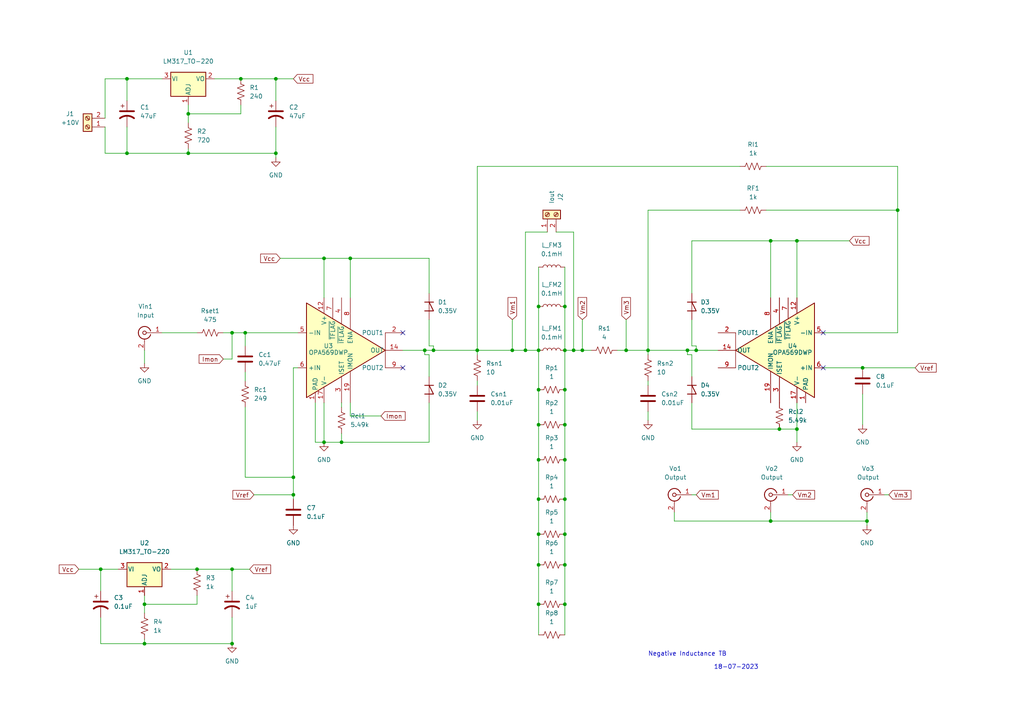
<source format=kicad_sch>
(kicad_sch (version 20211123) (generator eeschema)
  (paper "A4")
  (lib_symbols
    (symbol "Amplifier_Operational:OPA569DWP"
      (property "Reference" "U" (at 6.35 11.43 0))
      (property "Value" "OPA569DWP" (at 10.16 8.89 0))
      (symbol "OPA569DWP_0_0"
        (pin no_connect line (at -12.7 0 0) (length 2.54) hide (name "NC") (number "16"))
        (pin passive line (at -10.16 -15.24 90) (length 3.048) hide (name "PAD") (number "21"))
      )
      (symbol "OPA569DWP_0_1"
        (polyline (pts (xy 10.16 5.08) (xy 10.16 -5.08)) (stroke (width 0.1524)))
        (polyline (pts (xy 10.16 0) (xy -12.7 -13.716) (xy -12.7 13.716) (xy 10.16 0)) (stroke (width 0.254)) (fill (type background)))
      )
      (symbol "OPA569DWP_1_1"
        (pin power_in line (at -10.16 -15.24 90) (length 3.048) (name "PAD") (number "1"))
        (pin passive line (at -10.16 -15.24 90) (length 3.048) hide (name "PAD") (number "10"))
        (pin passive line (at -10.16 -15.24 90) (length 3.048) hide (name "PAD") (number "11"))
        (pin power_in line (at -7.62 15.24 270) (length 4.572) (name "V+") (number "12"))
        (pin passive line (at -7.62 15.24 270) (length 4.572) hide (name "V+") (number "13"))
        (pin output line (at 15.24 0 180) (length 5.08) (name "OUT") (number "14"))
        (pin passive line (at 15.24 0 180) (length 5.08) hide (name "OUT") (number "15"))
        (pin power_in line (at -7.62 -15.24 90) (length 4.572) (name "V-") (number "17"))
        (pin passive line (at -7.62 -15.24 90) (length 4.572) hide (name "V-") (number "18"))
        (pin output line (at 0 -15.24 90) (length 9.144) (name "IMON") (number "19"))
        (pin output line (at 15.24 5.08 180) (length 5.08) (name "POUT1") (number "2"))
        (pin passive line (at -10.16 -15.24 90) (length 3.048) hide (name "PAD") (number "20"))
        (pin output line (at -2.54 -15.24 90) (length 7.62) (name "ISET") (number "3"))
        (pin output line (at -2.54 15.24 270) (length 7.62) (name "~{IFLAG}") (number "4"))
        (pin input line (at -15.24 5.08 0) (length 2.54) (name "-IN") (number "5"))
        (pin input line (at -15.24 -5.08 0) (length 2.54) (name "+IN") (number "6"))
        (pin output line (at -5.08 15.24 270) (length 6.096) (name "~{TFLAG}") (number "7"))
        (pin input line (at 0 15.24 270) (length 9.144) (name "ENA") (number "8"))
        (pin output line (at 15.24 -5.08 180) (length 5.08) (name "POUT2") (number "9"))
      )
    )
    (symbol "Connector:Conn_Coaxial" (pin_names (offset 1.016) hide)
      (property "Reference" "J" (at 0.254 3.048 0))
      (property "Value" "Conn_Coaxial" (at 2.921 0 90))
      (symbol "Conn_Coaxial_0_1"
        (arc (start -1.778 -0.508) (mid 0.2311 -1.8066) (end 1.778 0) (stroke (width 0.254)))
        (polyline (pts (xy -2.54 0) (xy -0.508 0)))
        (polyline (pts (xy 0 -2.54) (xy 0 -1.778)))
        (circle (center 0 0) (radius 0.508) (stroke (width 0.2032)))
        (arc (start 1.778 0) (mid 0.2099 1.8101) (end -1.778 0.508) (stroke (width 0.254)))
      )
      (symbol "Conn_Coaxial_1_1"
        (pin passive line (at -5.08 0 0) (length 2.54) (name "In") (number "1"))
        (pin passive line (at 0 -5.08 90) (length 2.54) (name "Ext") (number "2"))
      )
    )
    (symbol "Connector:Screw_Terminal_01x02" (pin_names (offset 1.016) hide)
      (property "Reference" "J" (at 0 2.54 0))
      (property "Value" "Screw_Terminal_01x02" (at 0 -5.08 0))
      (symbol "Screw_Terminal_01x02_1_1"
        (rectangle (start -1.27 1.27) (end 1.27 -3.81) (stroke (width 0.254)) (fill (type background)))
        (circle (center 0 -2.54) (radius 0.635) (stroke (width 0.1524)))
        (polyline (pts (xy -0.5334 -2.2098) (xy 0.3302 -3.048)) (stroke (width 0.1524)))
        (polyline (pts (xy -0.5334 0.3302) (xy 0.3302 -0.508)) (stroke (width 0.1524)))
        (polyline (pts (xy -0.3556 -2.032) (xy 0.508 -2.8702)) (stroke (width 0.1524)))
        (polyline (pts (xy -0.3556 0.508) (xy 0.508 -0.3302)) (stroke (width 0.1524)))
        (circle (center 0 0) (radius 0.635) (stroke (width 0.1524)))
        (pin passive line (at -5.08 0 0) (length 3.81) (name "Pin_1") (number "1"))
        (pin passive line (at -5.08 -2.54 0) (length 3.81) (name "Pin_2") (number "2"))
      )
    )
    (symbol "Device:C" (pin_numbers hide) (pin_names (offset 0.254))
      (property "Reference" "C" (at 0.635 2.54 0))
      (property "Value" "C" (at 0.635 -2.54 0))
      (symbol "C_0_1"
        (polyline (pts (xy -2.032 -0.762) (xy 2.032 -0.762)) (stroke (width 0.508)))
        (polyline (pts (xy -2.032 0.762) (xy 2.032 0.762)) (stroke (width 0.508)))
      )
      (symbol "C_1_1"
        (pin passive line (at 0 3.81 270) (length 2.794) (name "~") (number "1"))
        (pin passive line (at 0 -3.81 90) (length 2.794) (name "~") (number "2"))
      )
    )
    (symbol "Device:C_Polarized_US" (pin_numbers hide) (pin_names (offset 0.254) hide)
      (property "Reference" "C" (at 0.635 2.54 0))
      (property "Value" "C_Polarized_US" (at 0.635 -2.54 0))
      (symbol "C_Polarized_US_0_1"
        (polyline (pts (xy -2.032 0.762) (xy 2.032 0.762)) (stroke (width 0.508)))
        (polyline (pts (xy -1.778 2.286) (xy -0.762 2.286)))
        (polyline (pts (xy -1.27 1.778) (xy -1.27 2.794)))
        (arc (start 2.032 -1.27) (mid 0 -0.5572) (end -2.032 -1.27) (stroke (width 0.508)))
      )
      (symbol "C_Polarized_US_1_1"
        (pin passive line (at 0 3.81 270) (length 2.794) (name "~") (number "1"))
        (pin passive line (at 0 -3.81 90) (length 3.302) (name "~") (number "2"))
      )
    )
    (symbol "Device:D_Shockley" (pin_numbers hide) (pin_names (offset 1.016) hide)
      (property "Reference" "D" (at 0 2.54 0))
      (property "Value" "D_Shockley" (at 0 -2.54 0))
      (symbol "D_Shockley_0_1"
        (polyline (pts (xy -1.27 0) (xy 1.27 0)))
        (polyline (pts (xy -1.27 1.27) (xy -1.27 -1.27)) (stroke (width 0.254)))
        (polyline (pts (xy -1.27 0) (xy 1.27 1.27) (xy 1.27 -1.27)) (stroke (width 0.254)))
      )
      (symbol "D_Shockley_1_1"
        (pin passive line (at -3.81 0 0) (length 2.54) (name "K") (number "1"))
        (pin passive line (at 3.81 0 180) (length 2.54) (name "A") (number "2"))
      )
    )
    (symbol "Device:L" (pin_numbers hide) (pin_names (offset 1.016) hide)
      (property "Reference" "L" (at -1.27 0 90))
      (property "Value" "L" (at 1.905 0 90))
      (symbol "L_0_1"
        (arc (start 0 -2.54) (mid 0.635 -1.905) (end 0 -1.27))
        (arc (start 0 -1.27) (mid 0.635 -0.635) (end 0 0))
        (arc (start 0 0) (mid 0.635 0.635) (end 0 1.27))
        (arc (start 0 1.27) (mid 0.635 1.905) (end 0 2.54))
      )
      (symbol "L_1_1"
        (pin passive line (at 0 3.81 270) (length 1.27) (name "1") (number "1"))
        (pin passive line (at 0 -3.81 90) (length 1.27) (name "2") (number "2"))
      )
    )
    (symbol "Device:R_US" (pin_numbers hide) (pin_names (offset 0))
      (property "Reference" "R" (at 2.54 0 90))
      (property "Value" "R_US" (at -2.54 0 90))
      (symbol "R_US_0_1"
        (polyline (pts (xy 0 -2.286) (xy 0 -2.54)))
        (polyline (pts (xy 0 2.286) (xy 0 2.54)))
        (polyline (pts (xy 0 -0.762) (xy 1.016 -1.143) (xy 0 -1.524) (xy -1.016 -1.905) (xy 0 -2.286)))
        (polyline (pts (xy 0 0.762) (xy 1.016 0.381) (xy 0 0) (xy -1.016 -0.381) (xy 0 -0.762)))
        (polyline (pts (xy 0 2.286) (xy 1.016 1.905) (xy 0 1.524) (xy -1.016 1.143) (xy 0 0.762)))
      )
      (symbol "R_US_1_1"
        (pin passive line (at 0 3.81 270) (length 1.27) (name "~") (number "1"))
        (pin passive line (at 0 -3.81 90) (length 1.27) (name "~") (number "2"))
      )
    )
    (symbol "GND_1" (power) (pin_names (offset 0))
      (property "Value" "GND_1" (at 0 -3.81 0))
      (symbol "GND_1_0_1"
        (polyline (pts (xy 0 0) (xy 0 -1.27) (xy 1.27 -1.27) (xy 0 -2.54) (xy -1.27 -1.27) (xy 0 -1.27)))
      )
      (symbol "GND_1_1_1"
        (pin power_in line (at 0 0 270) (length 0) hide (name "GND") (number "1"))
      )
    )
    (symbol "GND_2" (power) (pin_names (offset 0))
      (property "Value" "GND_2" (at 0 -3.81 0))
      (symbol "GND_2_0_1"
        (polyline (pts (xy 0 0) (xy 0 -1.27) (xy 1.27 -1.27) (xy 0 -2.54) (xy -1.27 -1.27) (xy 0 -1.27)))
      )
      (symbol "GND_2_1_1"
        (pin power_in line (at 0 0 270) (length 0) hide (name "GND") (number "1"))
      )
    )
    (symbol "GND_3" (power) (pin_names (offset 0))
      (property "Value" "GND_3" (at 0 -3.81 0))
      (symbol "GND_3_0_1"
        (polyline (pts (xy 0 0) (xy 0 -1.27) (xy 1.27 -1.27) (xy 0 -2.54) (xy -1.27 -1.27) (xy 0 -1.27)))
      )
      (symbol "GND_3_1_1"
        (pin power_in line (at 0 0 270) (length 0) hide (name "GND") (number "1"))
      )
    )
    (symbol "Regulator_Linear:LM317_TO-220" (pin_names (offset 0.254))
      (property "Reference" "U" (at -3.81 3.175 0))
      (property "Value" "LM317_TO-220" (at 0 3.175 0))
      (symbol "LM317_TO-220_0_1"
        (rectangle (start -5.08 1.905) (end 5.08 -5.08) (stroke (width 0.254)) (fill (type background)))
      )
      (symbol "LM317_TO-220_1_1"
        (pin input line (at 0 -7.62 90) (length 2.54) (name "ADJ") (number "1"))
        (pin power_out line (at 7.62 0 180) (length 2.54) (name "VO") (number "2"))
        (pin power_in line (at -7.62 0 0) (length 2.54) (name "VI") (number "3"))
      )
    )
    (symbol "power:GND" (power) (pin_names (offset 0))
      (property "Value" "GND" (at 0 -3.81 0))
      (symbol "GND_0_1"
        (polyline (pts (xy 0 0) (xy 0 -1.27) (xy 1.27 -1.27) (xy 0 -2.54) (xy -1.27 -1.27) (xy 0 -1.27)))
      )
      (symbol "GND_1_1"
        (pin power_in line (at 0 0 270) (length 0) hide (name "GND") (number "1"))
      )
    )
  )
  (junction (at 80.01 44.45))
  (junction (at 199.39 101.6))
  (junction (at 101.6 74.93))
  (junction (at 163.83 113.03))
  (junction (at 57.15 165.1))
  (junction (at 156.21 154.94))
  (junction (at 36.83 44.45))
  (junction (at 250.19 106.68))
  (junction (at 251.46 151.13))
  (junction (at 99.06 128.27))
  (junction (at 181.61 101.6))
  (junction (at 148.59 101.6))
  (junction (at 231.14 69.85))
  (junction (at 85.09 143.51))
  (junction (at 156.21 123.19))
  (junction (at 163.83 123.19))
  (junction (at 156.21 101.6))
  (junction (at 163.83 101.6))
  (junction (at 67.31 186.69))
  (junction (at 166.37 101.6))
  (junction (at 54.61 33.02))
  (junction (at 123.19 101.6))
  (junction (at 163.83 154.94))
  (junction (at 201.93 101.6))
  (junction (at 156.21 144.78))
  (junction (at 41.91 186.69))
  (junction (at 85.09 138.43))
  (junction (at 223.52 69.85))
  (junction (at 156.21 133.35))
  (junction (at 138.43 101.6))
  (junction (at 163.83 144.78))
  (junction (at 187.96 101.6))
  (junction (at 163.83 163.83))
  (junction (at 156.21 163.83))
  (junction (at 156.21 175.26))
  (junction (at 260.35 60.96))
  (junction (at 156.21 113.03))
  (junction (at 71.12 96.52))
  (junction (at 93.98 128.27))
  (junction (at 152.4 101.6))
  (junction (at 54.61 44.45))
  (junction (at 41.91 175.26))
  (junction (at 36.83 22.86))
  (junction (at 163.83 88.9))
  (junction (at 125.73 101.6))
  (junction (at 226.06 124.46))
  (junction (at 69.85 22.86))
  (junction (at 67.31 165.1))
  (junction (at 168.91 101.6))
  (junction (at 223.52 151.13))
  (junction (at 80.01 22.86))
  (junction (at 67.31 96.52))
  (junction (at 231.14 124.46))
  (junction (at 156.21 88.9))
  (junction (at 29.21 165.1))
  (junction (at 163.83 133.35))
  (junction (at 93.98 74.93))
  (junction (at 163.83 175.26))
  (no_connect (at 238.76 96.52))
  (no_connect (at 116.84 96.52))
  (no_connect (at 116.84 106.68))
  (no_connect (at 238.76 106.68))
  (wire (pts (xy 200.66 92.71) (xy 200.66 100.33)))
  (wire (pts (xy 29.21 165.1) (xy 34.29 165.1)))
  (wire (pts (xy 30.48 44.45) (xy 36.83 44.45)))
  (wire (pts (xy 138.43 48.26) (xy 138.43 101.6)))
  (wire (pts (xy 163.83 133.35) (xy 163.83 144.78)))
  (wire (pts (xy 163.83 144.78) (xy 163.83 154.94)))
  (wire (pts (xy 85.09 106.68) (xy 85.09 138.43)))
  (wire (pts (xy 101.6 120.65) (xy 110.49 120.65)))
  (wire (pts (xy 116.84 101.6) (xy 123.19 101.6)))
  (wire (pts (xy 200.66 116.84) (xy 200.66 124.46)))
  (wire (pts (xy 57.15 165.1) (xy 67.31 165.1)))
  (wire (pts (xy 22.86 165.1) (xy 29.21 165.1)))
  (wire (pts (xy 156.21 77.47) (xy 156.21 88.9)))
  (wire (pts (xy 238.76 106.68) (xy 250.19 106.68)))
  (wire (pts (xy 148.59 92.71) (xy 148.59 101.6)))
  (wire (pts (xy 195.58 151.13) (xy 223.52 151.13)))
  (wire (pts (xy 41.91 175.26) (xy 57.15 175.26)))
  (wire (pts (xy 138.43 111.76) (xy 138.43 110.49)))
  (wire (pts (xy 201.93 101.6) (xy 208.28 101.6)))
  (wire (pts (xy 138.43 101.6) (xy 148.59 101.6)))
  (wire (pts (xy 163.83 77.47) (xy 163.83 88.9)))
  (wire (pts (xy 163.83 101.6) (xy 166.37 101.6)))
  (wire (pts (xy 67.31 104.14) (xy 67.31 96.52)))
  (wire (pts (xy 71.12 107.95) (xy 71.12 110.49)))
  (wire (pts (xy 148.59 101.6) (xy 152.4 101.6)))
  (wire (pts (xy 86.36 106.68) (xy 85.09 106.68)))
  (wire (pts (xy 200.66 69.85) (xy 223.52 69.85)))
  (wire (pts (xy 238.76 96.52) (xy 260.35 96.52)))
  (wire (pts (xy 54.61 43.18) (xy 54.61 44.45)))
  (wire (pts (xy 156.21 88.9) (xy 156.21 101.6)))
  (wire (pts (xy 67.31 179.07) (xy 67.31 186.69)))
  (wire (pts (xy 30.48 36.83) (xy 30.48 44.45)))
  (wire (pts (xy 223.52 69.85) (xy 231.14 69.85)))
  (wire (pts (xy 67.31 96.52) (xy 71.12 96.52)))
  (wire (pts (xy 124.46 102.87) (xy 123.19 102.87)))
  (wire (pts (xy 123.19 102.87) (xy 123.19 101.6)))
  (wire (pts (xy 260.35 48.26) (xy 260.35 60.96)))
  (wire (pts (xy 36.83 36.83) (xy 36.83 44.45)))
  (wire (pts (xy 156.21 175.26) (xy 156.21 184.15)))
  (wire (pts (xy 152.4 101.6) (xy 156.21 101.6)))
  (wire (pts (xy 54.61 33.02) (xy 54.61 35.56)))
  (wire (pts (xy 163.83 101.6) (xy 163.83 113.03)))
  (wire (pts (xy 200.66 102.87) (xy 199.39 102.87)))
  (wire (pts (xy 124.46 92.71) (xy 124.46 100.33)))
  (wire (pts (xy 73.66 143.51) (xy 85.09 143.51)))
  (wire (pts (xy 99.06 116.84) (xy 99.06 118.11)))
  (wire (pts (xy 41.91 172.72) (xy 41.91 175.26)))
  (wire (pts (xy 124.46 85.09) (xy 124.46 74.93)))
  (wire (pts (xy 80.01 22.86) (xy 85.09 22.86)))
  (wire (pts (xy 29.21 179.07) (xy 29.21 186.69)))
  (wire (pts (xy 71.12 96.52) (xy 86.36 96.52)))
  (wire (pts (xy 67.31 165.1) (xy 67.31 171.45)))
  (wire (pts (xy 158.75 67.31) (xy 152.4 67.31)))
  (wire (pts (xy 36.83 22.86) (xy 46.99 22.86)))
  (wire (pts (xy 200.66 100.33) (xy 201.93 100.33)))
  (wire (pts (xy 81.28 74.93) (xy 93.98 74.93)))
  (wire (pts (xy 93.98 116.84) (xy 93.98 128.27)))
  (wire (pts (xy 156.21 144.78) (xy 156.21 154.94)))
  (wire (pts (xy 200.66 85.09) (xy 200.66 69.85)))
  (wire (pts (xy 54.61 44.45) (xy 80.01 44.45)))
  (wire (pts (xy 49.53 165.1) (xy 57.15 165.1)))
  (wire (pts (xy 41.91 186.69) (xy 29.21 186.69)))
  (wire (pts (xy 124.46 109.22) (xy 124.46 102.87)))
  (wire (pts (xy 41.91 185.42) (xy 41.91 186.69)))
  (wire (pts (xy 41.91 101.6) (xy 41.91 105.41)))
  (wire (pts (xy 181.61 101.6) (xy 187.96 101.6)))
  (wire (pts (xy 250.19 114.3) (xy 250.19 123.19)))
  (wire (pts (xy 256.54 143.51) (xy 257.81 143.51)))
  (wire (pts (xy 156.21 163.83) (xy 156.21 175.26)))
  (wire (pts (xy 85.09 138.43) (xy 85.09 143.51)))
  (wire (pts (xy 222.25 48.26) (xy 260.35 48.26)))
  (wire (pts (xy 80.01 36.83) (xy 80.01 44.45)))
  (wire (pts (xy 156.21 154.94) (xy 156.21 163.83)))
  (wire (pts (xy 36.83 22.86) (xy 36.83 29.21)))
  (wire (pts (xy 223.52 148.59) (xy 223.52 151.13)))
  (wire (pts (xy 161.29 67.31) (xy 166.37 67.31)))
  (wire (pts (xy 71.12 138.43) (xy 85.09 138.43)))
  (wire (pts (xy 187.96 60.96) (xy 187.96 101.6)))
  (wire (pts (xy 99.06 125.73) (xy 99.06 128.27)))
  (wire (pts (xy 187.96 102.87) (xy 187.96 101.6)))
  (wire (pts (xy 64.77 96.52) (xy 67.31 96.52)))
  (wire (pts (xy 179.07 101.6) (xy 181.61 101.6)))
  (wire (pts (xy 36.83 44.45) (xy 54.61 44.45)))
  (wire (pts (xy 41.91 186.69) (xy 67.31 186.69)))
  (wire (pts (xy 71.12 118.11) (xy 71.12 138.43)))
  (wire (pts (xy 226.06 124.46) (xy 231.14 124.46)))
  (wire (pts (xy 195.58 148.59) (xy 195.58 151.13)))
  (wire (pts (xy 54.61 30.48) (xy 54.61 33.02)))
  (wire (pts (xy 54.61 33.02) (xy 69.85 33.02)))
  (wire (pts (xy 71.12 96.52) (xy 71.12 100.33)))
  (wire (pts (xy 156.21 133.35) (xy 156.21 144.78)))
  (wire (pts (xy 101.6 74.93) (xy 124.46 74.93)))
  (wire (pts (xy 41.91 175.26) (xy 41.91 177.8)))
  (wire (pts (xy 101.6 116.84) (xy 101.6 120.65)))
  (wire (pts (xy 99.06 128.27) (xy 93.98 128.27)))
  (wire (pts (xy 166.37 67.31) (xy 166.37 101.6)))
  (wire (pts (xy 138.43 101.6) (xy 138.43 102.87)))
  (wire (pts (xy 163.83 154.94) (xy 163.83 163.83)))
  (wire (pts (xy 200.66 124.46) (xy 226.06 124.46)))
  (wire (pts (xy 187.96 101.6) (xy 199.39 101.6)))
  (wire (pts (xy 67.31 165.1) (xy 72.39 165.1)))
  (wire (pts (xy 222.25 60.96) (xy 260.35 60.96)))
  (wire (pts (xy 101.6 74.93) (xy 101.6 86.36)))
  (wire (pts (xy 199.39 101.6) (xy 201.93 101.6)))
  (wire (pts (xy 80.01 44.45) (xy 80.01 45.72)))
  (wire (pts (xy 163.83 113.03) (xy 163.83 123.19)))
  (wire (pts (xy 231.14 86.36) (xy 231.14 69.85)))
  (wire (pts (xy 251.46 148.59) (xy 251.46 151.13)))
  (wire (pts (xy 250.19 106.68) (xy 265.43 106.68)))
  (wire (pts (xy 123.19 101.6) (xy 125.73 101.6)))
  (wire (pts (xy 251.46 151.13) (xy 251.46 152.4)))
  (wire (pts (xy 214.63 60.96) (xy 187.96 60.96)))
  (wire (pts (xy 201.93 100.33) (xy 201.93 101.6)))
  (wire (pts (xy 46.99 96.52) (xy 57.15 96.52)))
  (wire (pts (xy 62.23 22.86) (xy 69.85 22.86)))
  (wire (pts (xy 156.21 113.03) (xy 156.21 123.19)))
  (wire (pts (xy 80.01 22.86) (xy 80.01 29.21)))
  (wire (pts (xy 57.15 172.72) (xy 57.15 175.26)))
  (wire (pts (xy 69.85 22.86) (xy 80.01 22.86)))
  (wire (pts (xy 64.77 104.14) (xy 67.31 104.14)))
  (wire (pts (xy 181.61 92.71) (xy 181.61 101.6)))
  (wire (pts (xy 30.48 22.86) (xy 30.48 34.29)))
  (wire (pts (xy 163.83 123.19) (xy 163.83 133.35)))
  (wire (pts (xy 125.73 100.33) (xy 125.73 101.6)))
  (wire (pts (xy 91.44 128.27) (xy 93.98 128.27)))
  (wire (pts (xy 138.43 48.26) (xy 214.63 48.26)))
  (wire (pts (xy 163.83 88.9) (xy 163.83 101.6)))
  (wire (pts (xy 166.37 101.6) (xy 168.91 101.6)))
  (wire (pts (xy 163.83 175.26) (xy 163.83 184.15)))
  (wire (pts (xy 69.85 30.48) (xy 69.85 33.02)))
  (wire (pts (xy 223.52 151.13) (xy 251.46 151.13)))
  (wire (pts (xy 85.09 143.51) (xy 85.09 144.78)))
  (wire (pts (xy 199.39 102.87) (xy 199.39 101.6)))
  (wire (pts (xy 124.46 116.84) (xy 124.46 128.27)))
  (wire (pts (xy 124.46 100.33) (xy 125.73 100.33)))
  (wire (pts (xy 93.98 86.36) (xy 93.98 74.93)))
  (wire (pts (xy 231.14 124.46) (xy 231.14 128.27)))
  (wire (pts (xy 29.21 165.1) (xy 29.21 171.45)))
  (wire (pts (xy 30.48 22.86) (xy 36.83 22.86)))
  (wire (pts (xy 168.91 101.6) (xy 171.45 101.6)))
  (wire (pts (xy 260.35 60.96) (xy 260.35 96.52)))
  (wire (pts (xy 200.66 109.22) (xy 200.66 102.87)))
  (wire (pts (xy 187.96 121.92) (xy 187.96 119.38)))
  (wire (pts (xy 152.4 67.31) (xy 152.4 101.6)))
  (wire (pts (xy 223.52 86.36) (xy 223.52 69.85)))
  (wire (pts (xy 231.14 116.84) (xy 231.14 124.46)))
  (wire (pts (xy 228.6 143.51) (xy 229.87 143.51)))
  (wire (pts (xy 91.44 116.84) (xy 91.44 128.27)))
  (wire (pts (xy 93.98 74.93) (xy 101.6 74.93)))
  (wire (pts (xy 168.91 92.71) (xy 168.91 101.6)))
  (wire (pts (xy 124.46 128.27) (xy 99.06 128.27)))
  (wire (pts (xy 125.73 101.6) (xy 138.43 101.6)))
  (wire (pts (xy 138.43 121.92) (xy 138.43 119.38)))
  (wire (pts (xy 163.83 163.83) (xy 163.83 175.26)))
  (wire (pts (xy 231.14 69.85) (xy 246.38 69.85)))
  (wire (pts (xy 156.21 101.6) (xy 156.21 113.03)))
  (wire (pts (xy 156.21 123.19) (xy 156.21 133.35)))
  (wire (pts (xy 187.96 111.76) (xy 187.96 110.49)))
  (wire (pts (xy 200.66 143.51) (xy 201.93 143.51)))
  (text "18-07-2023" (at 207.01 194.31 0) (effects (font (size 1.27 1.27)) (justify left bottom)))
  (text "Negative Inductance TB" (at 187.96 190.5 0) (effects (font (size 1.27 1.27)) (justify left bottom)))
  (global_label "Vref" (shape input) (at 73.66 143.51 180) (property "Intersheet References" "${INTERSHEET_REFS}" (effects hide)))
  (global_label "Vm3" (shape input) (at 181.61 92.71 90) (property "Intersheet References" "${INTERSHEET_REFS}" (effects hide)))
  (global_label "Vcc" (shape input) (at 85.09 22.86 0) (property "Intersheet References" "${INTERSHEET_REFS}" (effects hide)))
  (global_label "Imon" (shape input) (at 110.49 120.65 0) (property "Intersheet References" "${INTERSHEET_REFS}" (effects hide)))
  (global_label "Vcc" (shape input) (at 81.28 74.93 180) (property "Intersheet References" "${INTERSHEET_REFS}" (effects hide)))
  (global_label "Vcc" (shape input) (at 22.86 165.1 180) (property "Intersheet References" "${INTERSHEET_REFS}" (effects hide)))
  (global_label "Vcc" (shape input) (at 246.38 69.85 0) (property "Intersheet References" "${INTERSHEET_REFS}" (effects hide)))
  (global_label "Vm3" (shape input) (at 257.81 143.51 0) (property "Intersheet References" "${INTERSHEET_REFS}" (effects hide)))
  (global_label "Imon" (shape input) (at 64.77 104.14 180) (property "Intersheet References" "${INTERSHEET_REFS}" (effects hide)))
  (global_label "Vm2" (shape input) (at 168.91 92.71 90) (property "Intersheet References" "${INTERSHEET_REFS}" (effects hide)))
  (global_label "Vref" (shape input) (at 265.43 106.68 0) (property "Intersheet References" "${INTERSHEET_REFS}" (effects hide)))
  (global_label "Vm1" (shape input) (at 201.93 143.51 0) (property "Intersheet References" "${INTERSHEET_REFS}" (effects hide)))
  (global_label "Vm1" (shape input) (at 148.59 92.71 90) (property "Intersheet References" "${INTERSHEET_REFS}" (effects hide)))
  (global_label "Vref" (shape input) (at 72.39 165.1 0) (property "Intersheet References" "${INTERSHEET_REFS}" (effects hide)))
  (global_label "Vm2" (shape input) (at 229.87 143.51 0) (property "Intersheet References" "${INTERSHEET_REFS}" (effects hide)))
  (symbol (lib_name "GND_2") (lib_id "power:GND") (at 41.91 105.41 0) (unit 1)
    (property "Reference" "#PWR0109" (effects hide))
    (property "Value" "GND" (at 41.91 110.49 0))
  )
  (symbol (lib_id "Device:R_US") (at 175.26 101.6 90) (unit 1)
    (property "Reference" "Rs1" (at 175.26 95.25 90))
    (property "Value" "4" (at 175.26 97.79 90))
    (property "Footprint" "Resistor_THT:R_Bare_Metal_Element_L21.3mm_W4.8mm_P20.30mm" (effects hide))
  )
  (symbol (lib_id "Amplifier_Operational:OPA569DWP") (at 223.52 101.6 0) (mirror y) (unit 1)
    (property "Reference" "U4" (at 229.87 100.33 0))
    (property "Value" "OPA569DWP" (at 229.87 102.235 0))
    (property "Footprint" "Package_SO:SO-20-1EP_7.52x12.825mm_P1.27mm_EP6.045x12.09mm_Mask3.56x4.47mm" (effects hide))
    (property "Datasheet" "http://www.ti.com/lit/ds/symlink/opa569.pdf" (effects hide))
  )
  (symbol (lib_id "Device:R_US") (at 160.02 123.19 90) (unit 1)
    (property "Reference" "Rp2" (at 160.02 116.84 90))
    (property "Value" "1" (at 160.02 119.38 90))
    (property "Footprint" "Resistor_THT:R_Axial_DIN0309_L9.0mm_D3.2mm_P12.70mm_Horizontal" (effects hide))
  )
  (symbol (lib_id "Device:R_US") (at 160.02 133.35 90) (unit 1)
    (property "Reference" "Rp3" (at 160.02 127 90))
    (property "Value" "1" (at 160.02 129.54 90))
    (property "Footprint" "Resistor_THT:R_Axial_DIN0309_L9.0mm_D3.2mm_P12.70mm_Horizontal" (effects hide))
  )
  (symbol (lib_id "Device:R_US") (at 160.02 154.94 90) (unit 1)
    (property "Reference" "Rp5" (at 160.02 148.59 90))
    (property "Value" "1" (at 160.02 151.13 90))
    (property "Footprint" "Resistor_THT:R_Axial_DIN0309_L9.0mm_D3.2mm_P12.70mm_Horizontal" (effects hide))
  )
  (symbol (lib_id "Connector:Conn_Coaxial") (at 251.46 143.51 0) (mirror y) (unit 1)
    (property "Reference" "Vo3" (at 251.7774 135.89 0))
    (property "Value" "Output" (at 251.7774 138.43 0))
    (property "Footprint" "Connector_Coaxial:BNC_Amphenol_B6252HB-NPP3G-50_Horizontal" (effects hide))
    (property "Datasheet" " ~" (effects hide))
  )
  (symbol (lib_id "Device:C_Polarized_US") (at 67.31 175.26 0) (unit 1)
    (property "Reference" "C4" (at 71.12 173.3549 0) (effects (justify left)))
    (property "Value" "1uF" (at 71.12 175.8949 0) (effects (justify left)))
    (property "Footprint" "Capacitor_SMD:C_0805_2012Metric" (effects hide))
    (property "Datasheet" "  (symbol \"Device:C\" (pin_numbers hide) (pin_names (offset 0.254)) (in_bom yes) (on_board yes)" (effects hide))
  )
  (symbol (lib_id "Device:D_Shockley") (at 124.46 113.03 270) (unit 1)
    (property "Reference" "D2" (at 127 111.7599 90) (effects (justify left)))
    (property "Value" "0.35V" (at 127 114.2999 90) (effects (justify left)))
    (property "Footprint" "Diode_SMD:D_SMC" (effects hide))
  )
  (symbol (lib_id "Device:R_US") (at 218.44 48.26 270) (unit 1)
    (property "Reference" "RI1" (at 218.44 41.91 90))
    (property "Value" "1k" (at 218.44 44.45 90))
    (property "Footprint" "Resistor_SMD:R_0805_2012Metric" (effects hide))
  )
  (symbol (lib_id "Device:D_Shockley") (at 200.66 88.9 270) (unit 1)
    (property "Reference" "D3" (at 203.2 87.6299 90) (effects (justify left)))
    (property "Value" "0.35V" (at 203.2 90.1699 90) (effects (justify left)))
    (property "Footprint" "Diode_SMD:D_SMC" (effects hide))
  )
  (symbol (lib_name "GND_1") (lib_id "power:GND") (at 231.14 128.27 0) (unit 1)
    (property "Reference" "#PWR0103" (effects hide))
    (property "Value" "GND" (at 231.14 133.35 0))
  )
  (symbol (lib_id "Device:C_Polarized_US") (at 29.21 175.26 0) (unit 1)
    (property "Reference" "C3" (at 33.02 173.3549 0) (effects (justify left)))
    (property "Value" "0.1uF" (at 33.02 175.8949 0) (effects (justify left)))
    (property "Footprint" "Capacitor_SMD:C_0805_2012Metric" (effects hide))
    (property "Datasheet" "  (symbol \"Device:C\" (pin_numbers hide) (pin_names (offset 0.254)) (in_bom yes) (on_board yes)" (effects hide))
  )
  (symbol (lib_id "Device:R_US") (at 60.96 96.52 90) (unit 1)
    (property "Reference" "Rset1" (at 60.96 90.17 90))
    (property "Value" "475" (at 60.96 92.71 90))
    (property "Footprint" "Resistor_SMD:R_0805_2012Metric" (effects hide))
  )
  (symbol (lib_id "Regulator_Linear:LM317_TO-220") (at 54.61 22.86 0) (unit 1)
    (property "Reference" "U1" (at 54.61 15.24 0))
    (property "Value" "LM317_TO-220" (at 54.61 17.78 0))
    (property "Footprint" "Package_TO_SOT_SMD:SOT-223" (effects hide))
    (property "Datasheet" "http://www.ti.com/lit/ds/symlink/lm317.pdf" (effects hide))
  )
  (symbol (lib_id "Device:R_US") (at 160.02 144.78 90) (unit 1)
    (property "Reference" "Rp4" (at 160.02 138.43 90))
    (property "Value" "1" (at 160.02 140.97 90))
    (property "Footprint" "Resistor_THT:R_Axial_DIN0309_L9.0mm_D3.2mm_P12.70mm_Horizontal" (effects hide))
  )
  (symbol (lib_name "GND_3") (lib_id "power:GND") (at 138.43 121.92 0) (unit 1)
    (property "Reference" "#PWR0101" (effects hide))
    (property "Value" "GND" (at 138.43 127 0))
  )
  (symbol (lib_id "Device:D_Shockley") (at 124.46 88.9 270) (unit 1)
    (property "Reference" "D1" (at 127 87.6299 90) (effects (justify left)))
    (property "Value" "0.35V" (at 127 90.1699 90) (effects (justify left)))
    (property "Footprint" "Diode_SMD:D_SMC" (effects hide))
  )
  (symbol (lib_id "Connector:Screw_Terminal_01x02") (at 25.4 36.83 180) (unit 1)
    (property "Reference" "J1" (at 20.32 33.02 0))
    (property "Value" "+10V" (at 20.32 35.56 0))
    (property "Footprint" "TerminalBlock_Phoenix:TerminalBlock_Phoenix_MKDS-1,5-2-5.08_1x02_P5.08mm_Horizontal" (effects hide))
  )
  (symbol (lib_id "Device:R_US") (at 71.12 114.3 0) (unit 1)
    (property "Reference" "Rc1" (at 73.66 113.0299 0) (effects (justify left)))
    (property "Value" "249" (at 73.66 115.5699 0) (effects (justify left)))
    (property "Footprint" "Resistor_SMD:R_0805_2012Metric" (effects hide))
  )
  (symbol (lib_id "Device:L") (at 160.02 77.47 90) (unit 1)
    (property "Reference" "L_FM3" (at 160.02 71.12 90))
    (property "Value" "0.1mH" (at 160.02 73.66 90))
    (property "Footprint" "Inductor_THT:L_Axial_L9.5mm_D4.0mm_P5.08mm_Vertical_Fastron_SMCC" (effects hide))
  )
  (symbol (lib_id "Device:C") (at 71.12 104.14 0) (unit 1)
    (property "Reference" "Cc1" (at 74.93 102.8699 0) (effects (justify left)))
    (property "Value" "0.47uF" (at 74.93 105.4099 0) (effects (justify left)))
    (property "Footprint" "Capacitor_SMD:C_0805_2012Metric" (effects hide))
  )
  (symbol (lib_id "Amplifier_Operational:OPA569DWP") (at 101.6 101.6 0) (unit 1)
    (property "Reference" "U3" (at 95.25 100.33 0))
    (property "Value" "OPA569DWP" (at 95.25 102.235 0))
    (property "Footprint" "Package_SO:SO-20-1EP_7.52x12.825mm_P1.27mm_EP6.045x12.09mm_Mask3.56x4.47mm" (effects hide))
    (property "Datasheet" "http://www.ti.com/lit/ds/symlink/opa569.pdf" (effects hide))
  )
  (symbol (lib_id "Connector:Conn_Coaxial") (at 41.91 96.52 0) (mirror y) (unit 1)
    (property "Reference" "Vin1" (at 42.2274 88.9 0))
    (property "Value" "Input" (at 42.2274 91.44 0))
    (property "Footprint" "Connector_Coaxial:BNC_Amphenol_B6252HB-NPP3G-50_Horizontal" (effects hide))
    (property "Datasheet" " ~" (effects hide))
  )
  (symbol (lib_id "Device:R_US") (at 160.02 184.15 90) (unit 1)
    (property "Reference" "Rp8" (at 160.02 177.8 90))
    (property "Value" "1" (at 160.02 180.34 90))
    (property "Footprint" "Resistor_THT:R_Axial_DIN0309_L9.0mm_D3.2mm_P12.70mm_Horizontal" (effects hide))
  )
  (symbol (lib_id "power:GND") (at 67.31 186.69 0) (unit 1)
    (property "Reference" "#PWR0105" (effects hide))
    (property "Value" "GND" (at 67.31 191.77 0))
  )
  (symbol (lib_id "Device:R_US") (at 41.91 181.61 180) (unit 1)
    (property "Reference" "R4" (at 44.45 180.3399 0) (effects (justify right)))
    (property "Value" "1k" (at 44.45 182.8799 0) (effects (justify right)))
    (property "Footprint" "Resistor_SMD:R_0805_2012Metric" (effects hide))
  )
  (symbol (lib_id "Device:L") (at 160.02 88.9 90) (unit 1)
    (property "Reference" "L_FM2" (at 160.02 82.55 90))
    (property "Value" "0.1mH" (at 160.02 85.09 90))
    (property "Footprint" "Inductor_THT:L_Axial_L9.5mm_D4.0mm_P5.08mm_Vertical_Fastron_SMCC" (effects hide))
  )
  (symbol (lib_id "Connector:Screw_Terminal_01x02") (at 158.75 62.23 90) (unit 1)
    (property "Reference" "J2" (at 162.56 57.15 0))
    (property "Value" "Iout" (at 160.02 57.15 0))
    (property "Footprint" "TerminalBlock_Phoenix:TerminalBlock_Phoenix_MKDS-1,5-2-5.08_1x02_P5.08mm_Horizontal" (effects hide))
  )
  (symbol (lib_id "Regulator_Linear:LM317_TO-220") (at 41.91 165.1 0) (unit 1)
    (property "Reference" "U2" (at 41.91 157.48 0))
    (property "Value" "LM317_TO-220" (at 41.91 160.02 0))
    (property "Footprint" "Package_TO_SOT_SMD:SOT-223" (effects hide))
    (property "Datasheet" "http://www.ti.com/lit/ds/symlink/lm317.pdf" (effects hide))
  )
  (symbol (lib_id "Device:R_US") (at 160.02 175.26 90) (unit 1)
    (property "Reference" "Rp7" (at 160.02 168.91 90))
    (property "Value" "1" (at 160.02 171.45 90))
    (property "Footprint" "Resistor_THT:R_Axial_DIN0309_L9.0mm_D3.2mm_P12.70mm_Horizontal" (effects hide))
  )
  (symbol (lib_id "Device:R_US") (at 187.96 106.68 0) (unit 1)
    (property "Reference" "Rsn2" (at 190.5 105.4099 0) (effects (justify left)))
    (property "Value" "10" (at 190.5 107.9499 0) (effects (justify left)))
    (property "Footprint" "Resistor_SMD:R_0805_2012Metric" (effects hide))
  )
  (symbol (lib_id "Device:C") (at 187.96 115.57 0) (unit 1)
    (property "Reference" "Csn2" (at 191.77 114.2999 0) (effects (justify left)))
    (property "Value" "0.01uF" (at 191.77 116.8399 0) (effects (justify left)))
    (property "Footprint" "Capacitor_SMD:C_0805_2012Metric" (effects hide))
  )
  (symbol (lib_id "Device:R_US") (at 99.06 121.92 0) (unit 1)
    (property "Reference" "Rcl1" (at 101.6 120.6499 0) (effects (justify left)))
    (property "Value" "5.49k" (at 101.6 123.1899 0) (effects (justify left)))
    (property "Footprint" "Resistor_SMD:R_0805_2012Metric" (effects hide))
  )
  (symbol (lib_name "GND_2") (lib_id "power:GND") (at 93.98 128.27 0) (unit 1)
    (property "Reference" "#PWR0106" (effects hide))
    (property "Value" "GND" (at 93.98 133.35 0))
  )
  (symbol (lib_name "GND_1") (lib_id "power:GND") (at 85.09 152.4 0) (unit 1)
    (property "Reference" "#PWR0108" (effects hide))
    (property "Value" "GND" (at 85.09 157.48 0))
  )
  (symbol (lib_id "Connector:Conn_Coaxial") (at 195.58 143.51 0) (mirror y) (unit 1)
    (property "Reference" "Vo1" (at 195.8974 135.89 0))
    (property "Value" "Output" (at 195.8974 138.43 0))
    (property "Footprint" "Connector_Coaxial:BNC_Amphenol_B6252HB-NPP3G-50_Horizontal" (effects hide))
    (property "Datasheet" " ~" (effects hide))
  )
  (symbol (lib_id "Device:R_US") (at 218.44 60.96 270) (unit 1)
    (property "Reference" "RF1" (at 218.44 54.61 90))
    (property "Value" "1k" (at 218.44 57.15 90))
    (property "Footprint" "Resistor_SMD:R_0805_2012Metric" (effects hide))
  )
  (symbol (lib_id "Device:C") (at 85.09 148.59 0) (unit 1)
    (property "Reference" "C7" (at 88.9 147.3199 0) (effects (justify left)))
    (property "Value" "0.1uF" (at 88.9 149.8599 0) (effects (justify left)))
    (property "Footprint" "Capacitor_SMD:C_0805_2012Metric" (effects hide))
  )
  (symbol (lib_id "Device:R_US") (at 57.15 168.91 180) (unit 1)
    (property "Reference" "R3" (at 59.69 167.6399 0) (effects (justify right)))
    (property "Value" "1k" (at 59.69 170.1799 0) (effects (justify right)))
    (property "Footprint" "Resistor_SMD:R_0805_2012Metric" (effects hide))
  )
  (symbol (lib_id "Device:L") (at 160.02 101.6 90) (unit 1)
    (property "Reference" "L_FM1" (at 160.02 95.25 90))
    (property "Value" "0.1mH" (at 160.02 97.79 90))
    (property "Footprint" "Inductor_THT:L_Axial_L9.5mm_D4.0mm_P5.08mm_Vertical_Fastron_SMCC" (effects hide))
  )
  (symbol (lib_id "Device:C_Polarized_US") (at 36.83 33.02 0) (unit 1)
    (property "Reference" "C1" (at 40.64 31.1149 0) (effects (justify left)))
    (property "Value" "47uF" (at 40.64 33.6549 0) (effects (justify left)))
    (property "Footprint" "Capacitor_THT:CP_Radial_D5.0mm_P2.00mm" (effects hide))
    (property "Datasheet" "  (symbol \"Device:C\" (pin_numbers hide) (pin_names (offset 0.254)) (in_bom yes) (on_board yes)" (effects hide))
  )
  (symbol (lib_id "Device:R_US") (at 138.43 106.68 0) (unit 1)
    (property "Reference" "Rsn1" (at 140.97 105.4099 0) (effects (justify left)))
    (property "Value" "10" (at 140.97 107.9499 0) (effects (justify left)))
    (property "Footprint" "Resistor_SMD:R_0805_2012Metric" (effects hide))
  )
  (symbol (lib_name "GND_1") (lib_id "power:GND") (at 250.19 123.19 0) (unit 1)
    (property "Reference" "#PWR0104" (effects hide))
    (property "Value" "GND" (at 250.19 128.27 0))
  )
  (symbol (lib_id "Device:D_Shockley") (at 200.66 113.03 270) (unit 1)
    (property "Reference" "D4" (at 203.2 111.7599 90) (effects (justify left)))
    (property "Value" "0.35V" (at 203.2 114.2999 90) (effects (justify left)))
    (property "Footprint" "Diode_SMD:D_SMC" (effects hide))
  )
  (symbol (lib_id "Device:C_Polarized_US") (at 80.01 33.02 0) (unit 1)
    (property "Reference" "C2" (at 83.82 31.1149 0) (effects (justify left)))
    (property "Value" "47uF" (at 83.82 33.6549 0) (effects (justify left)))
    (property "Footprint" "Capacitor_THT:CP_Radial_D5.0mm_P2.00mm" (effects hide))
    (property "Datasheet" "  (symbol \"Device:C\" (pin_numbers hide) (pin_names (offset 0.254)) (in_bom yes) (on_board yes)" (effects hide))
  )
  (symbol (lib_id "Connector:Conn_Coaxial") (at 223.52 143.51 0) (mirror y) (unit 1)
    (property "Reference" "Vo2" (at 223.8374 135.89 0))
    (property "Value" "Output" (at 223.8374 138.43 0))
    (property "Footprint" "Connector_Coaxial:BNC_Amphenol_B6252HB-NPP3G-50_Horizontal" (effects hide))
    (property "Datasheet" " ~" (effects hide))
  )
  (symbol (lib_id "Device:R_US") (at 226.06 120.65 0) (unit 1)
    (property "Reference" "Rcl2" (at 228.6 119.3799 0) (effects (justify left)))
    (property "Value" "5.49k" (at 228.6 121.9199 0) (effects (justify left)))
    (property "Footprint" "Resistor_SMD:R_0805_2012Metric" (effects hide))
  )
  (symbol (lib_name "GND_2") (lib_id "power:GND") (at 187.96 121.92 0) (unit 1)
    (property "Reference" "#PWR0102" (effects hide))
    (property "Value" "GND" (at 187.96 127 0))
  )
  (symbol (lib_id "Device:R_US") (at 160.02 113.03 90) (unit 1)
    (property "Reference" "Rp1" (at 160.02 106.68 90))
    (property "Value" "1" (at 160.02 109.22 90))
    (property "Footprint" "Resistor_THT:R_Axial_DIN0309_L9.0mm_D3.2mm_P12.70mm_Horizontal" (effects hide))
  )
  (symbol (lib_id "power:GND") (at 80.01 45.72 0) (unit 1)
    (property "Reference" "#PWR0110" (effects hide))
    (property "Value" "GND" (at 80.01 50.8 0))
  )
  (symbol (lib_id "Device:R_US") (at 69.85 26.67 180) (unit 1)
    (property "Reference" "R1" (at 72.39 25.3999 0) (effects (justify right)))
    (property "Value" "240" (at 72.39 27.9399 0) (effects (justify right)))
    (property "Footprint" "Resistor_SMD:R_0805_2012Metric" (effects hide))
  )
  (symbol (lib_id "Device:R_US") (at 160.02 163.83 90) (unit 1)
    (property "Reference" "Rp6" (at 160.02 157.48 90))
    (property "Value" "1" (at 160.02 160.02 90))
    (property "Footprint" "Resistor_THT:R_Axial_DIN0309_L9.0mm_D3.2mm_P12.70mm_Horizontal" (effects hide))
  )
  (symbol (lib_id "Device:C") (at 138.43 115.57 0) (unit 1)
    (property "Reference" "Csn1" (at 142.24 114.2999 0) (effects (justify left)))
    (property "Value" "0.01uF" (at 142.24 116.8399 0) (effects (justify left)))
    (property "Footprint" "Capacitor_SMD:C_0805_2012Metric" (effects hide))
  )
  (symbol (lib_id "Device:R_US") (at 54.61 39.37 180) (unit 1)
    (property "Reference" "R2" (at 57.15 38.0999 0) (effects (justify right)))
    (property "Value" "720" (at 57.15 40.6399 0) (effects (justify right)))
    (property "Footprint" "Resistor_SMD:R_0805_2012Metric" (effects hide))
  )
  (symbol (lib_id "Device:C") (at 250.19 110.49 0) (unit 1)
    (property "Reference" "C8" (at 254 109.2199 0) (effects (justify left)))
    (property "Value" "0.1uF" (at 254 111.7599 0) (effects (justify left)))
    (property "Footprint" "Capacitor_SMD:C_0805_2012Metric" (effects hide))
  )
  (symbol (lib_name "GND_2") (lib_id "power:GND") (at 251.46 152.4 0) (unit 1)
    (property "Reference" "#PWR0112" (effects hide))
    (property "Value" "GND" (at 251.46 157.48 0))
  )
)
</source>
